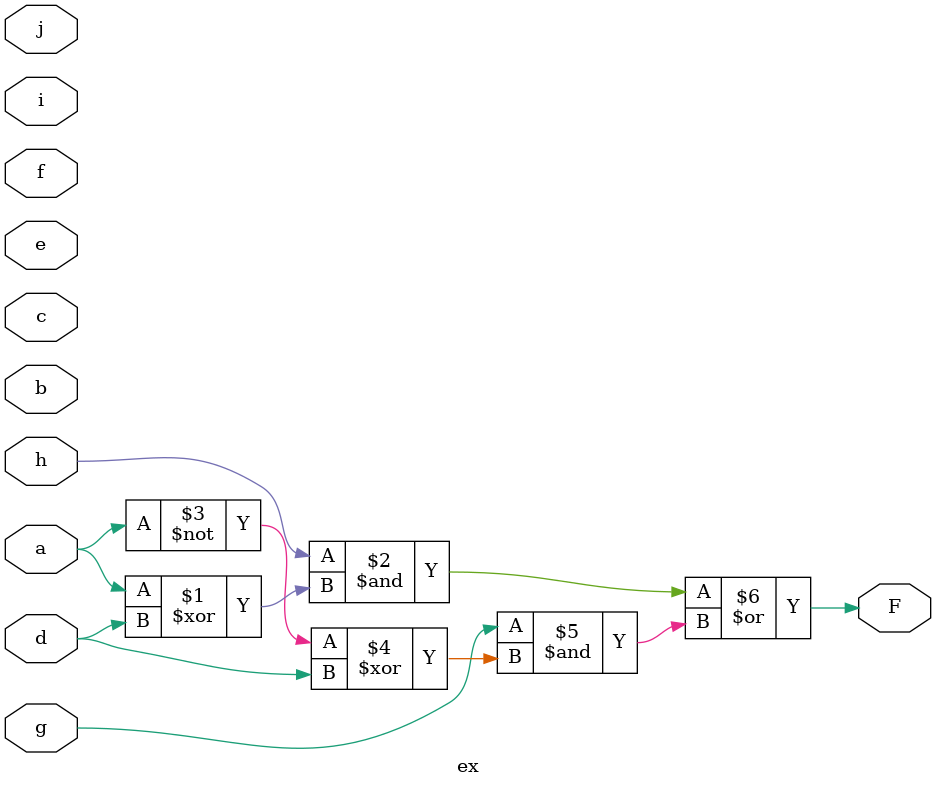
<source format=v>

module ex ( 
    a, b, c, d, e, f, g, h, i, j,
    F  );
  input  a, b, c, d, e, f, g, h, i, j;
  output F;
  assign F = (h & (a ^ d)) | (g & (~a ^ d));
endmodule



</source>
